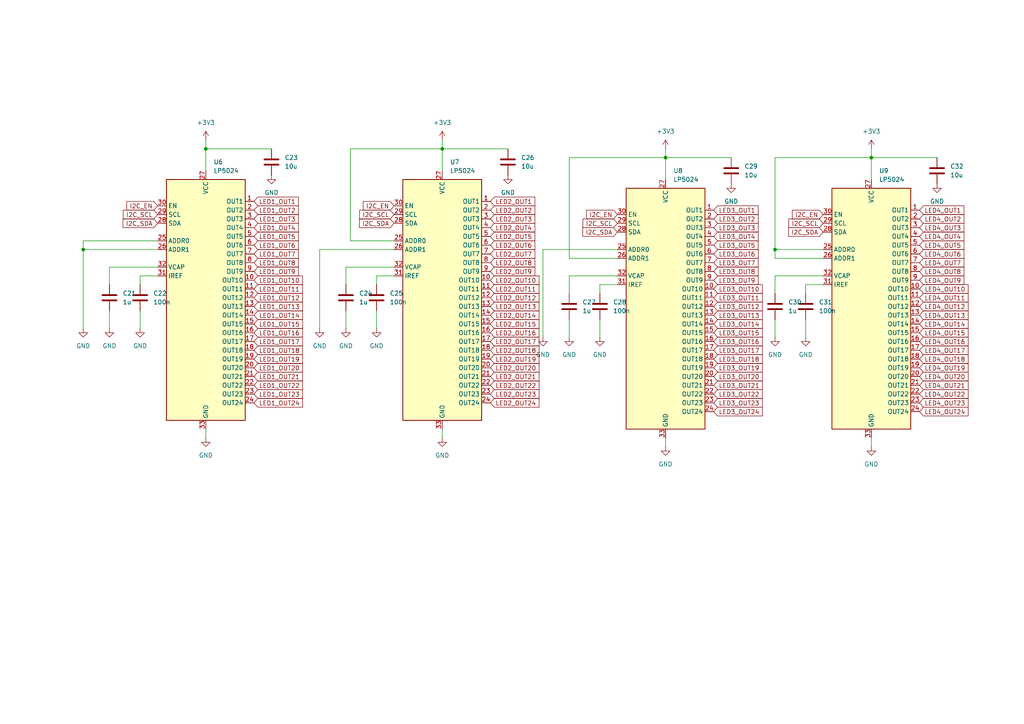
<source format=kicad_sch>
(kicad_sch (version 20250114) (generator "eeschema") (generator_version "9.0")
  (paper "A4")
  (lib_symbols
    (symbol "3nt3:LP5024"
      (property "Reference" "U" (at 3.302 39.37 0))
      (property "Value" "LP5024" (at 2.794 37.338 0))
      (symbol "LP5024_0_0"
        (pin input line (at -13.97 27.94 0) (length 2.54) (name "EN") (number "30"))
        (pin input line (at -13.97 25.4 0) (length 2.54) (name "SCL") (number "29"))
        (pin bidirectional line (at -13.97 22.86 0) (length 2.54) (name "SDA") (number "28"))
        (pin input line (at -13.97 17.78 0) (length 2.54) (name "ADDR0") (number "25"))
        (pin input line (at -13.97 15.24 0) (length 2.54) (name "ADDR1") (number "26"))
        (pin output line (at -13.97 10.16 0) (length 2.54) (name "VCAP") (number "32"))
        (pin passive line (at -13.97 7.62 0) (length 2.54) (name "IREF") (number "31"))
        (pin power_in line (at 0 38.1 270) (length 2.54) (name "VCC") (number "27"))
        (pin power_in line (at 0 -36.83 90) (length 2.54) (name "GND") (number "33"))
        (pin output line (at 13.97 29.21 180) (length 2.54) (name "OUT1") (number "1"))
        (pin output line (at 13.97 26.67 180) (length 2.54) (name "OUT2") (number "2"))
        (pin output line (at 13.97 24.13 180) (length 2.54) (name "OUT3") (number "3"))
        (pin output line (at 13.97 21.59 180) (length 2.54) (name "OUT4") (number "4"))
        (pin output line (at 13.97 19.05 180) (length 2.54) (name "OUT5") (number "5"))
        (pin output line (at 13.97 16.51 180) (length 2.54) (name "OUT6") (number "6"))
        (pin output line (at 13.97 13.97 180) (length 2.54) (name "OUT7") (number "7"))
        (pin output line (at 13.97 11.43 180) (length 2.54) (name "OUT8") (number "8"))
        (pin output line (at 13.97 8.89 180) (length 2.54) (name "OUT9") (number "9"))
        (pin output line (at 13.97 6.35 180) (length 2.54) (name "OUT10") (number "10"))
        (pin output line (at 13.97 3.81 180) (length 2.54) (name "OUT11") (number "11"))
        (pin output line (at 13.97 1.27 180) (length 2.54) (name "OUT12") (number "12"))
        (pin output line (at 13.97 -1.27 180) (length 2.54) (name "OUT13") (number "13"))
        (pin output line (at 13.97 -3.81 180) (length 2.54) (name "OUT14") (number "14"))
        (pin output line (at 13.97 -6.35 180) (length 2.54) (name "OUT15") (number "15"))
        (pin output line (at 13.97 -8.89 180) (length 2.54) (name "OUT16") (number "16"))
        (pin output line (at 13.97 -11.43 180) (length 2.54) (name "OUT17") (number "17"))
        (pin output line (at 13.97 -13.97 180) (length 2.54) (name "OUT18") (number "18"))
        (pin output line (at 13.97 -16.51 180) (length 2.54) (name "OUT19") (number "19"))
        (pin output line (at 13.97 -19.05 180) (length 2.54) (name "OUT20") (number "20"))
        (pin output line (at 13.97 -21.59 180) (length 2.54) (name "OUT21") (number "21"))
        (pin output line (at 13.97 -24.13 180) (length 2.54) (name "OUT22") (number "22"))
        (pin output line (at 13.97 -26.67 180) (length 2.54) (name "OUT23") (number "23"))
        (pin output line (at 13.97 -29.21 180) (length 2.54) (name "OUT24") (number "24"))
      )
      (symbol "LP5024_1_1"
        (rectangle (start -11.43 35.56) (end 11.43 -34.29) (stroke (width 0.254)) (fill (type background)))
      )
    )
    (symbol "Device:C" (pin_numbers (hide yes)) (pin_names (offset 0.254))
      (property "Reference" "C" (at 0.635 2.54 0))
      (property "Value" "C" (at 0.635 -2.54 0))
      (symbol "C_0_1"
        (polyline (pts (xy -2.032 0.762) (xy 2.032 0.762)) (stroke (width 0.508)))
        (polyline (pts (xy -2.032 -0.762) (xy 2.032 -0.762)) (stroke (width 0.508)))
      )
      (symbol "C_1_1"
        (pin passive line (at 0 3.81 270) (length 2.794) (name "~") (number "1"))
        (pin passive line (at 0 -3.81 90) (length 2.794) (name "~") (number "2"))
      )
    )
    (symbol "power:+3V3" (power) (pin_numbers (hide yes)) (pin_names (offset 0) (hide yes))
      (property "Value" "+3V3" (at 0 3.556 0))
      (symbol "+3V3_0_1"
        (polyline (pts (xy -0.762 1.27) (xy 0 2.54)))
        (polyline (pts (xy 0 2.54) (xy 0.762 1.27)))
        (polyline (pts (xy 0 0) (xy 0 2.54)))
      )
      (symbol "+3V3_1_1"
        (pin power_in line (at 0 0 90) (length 0) (name "~") (number "1"))
      )
    )
    (symbol "power:GND" (power) (pin_numbers (hide yes)) (pin_names (offset 0) (hide yes))
      (property "Value" "GND" (at 0 -3.81 0))
      (symbol "GND_0_1"
        (polyline (pts (xy 0 0) (xy 0 -1.27) (xy 1.27 -1.27) (xy 0 -2.54) (xy -1.27 -1.27) (xy 0 -1.27)))
      )
      (symbol "GND_1_1"
        (pin power_in line (at 0 0 270) (length 0) (name "~") (number "1"))
      )
    )
  )
  (junction (at 59.69 43.18))
  (junction (at 252.73 45.72))
  (junction (at 224.79 72.39))
  (junction (at 24.13 72.39))
  (junction (at 128.27 43.18))
  (junction (at 193.04 45.72))
  (wire (pts (xy 252.73 45.72) (xy 271.78 45.72)))
  (wire (pts (xy 100.33 90.17) (xy 100.33 95.25)))
  (wire (pts (xy 24.13 72.39) (xy 24.13 69.85)))
  (wire (pts (xy 252.73 127) (xy 252.73 129.54)))
  (wire (pts (xy 252.73 43.18) (xy 252.73 45.72)))
  (wire (pts (xy 24.13 72.39) (xy 45.72 72.39)))
  (wire (pts (xy 59.69 43.18) (xy 59.69 49.53)))
  (wire (pts (xy 224.79 92.71) (xy 224.79 97.79)))
  (wire (pts (xy 157.48 72.39) (xy 157.48 97.79)))
  (wire (pts (xy 233.68 92.71) (xy 233.68 97.79)))
  (wire (pts (xy 224.79 85.09) (xy 224.79 80.01)))
  (wire (pts (xy 24.13 69.85) (xy 45.72 69.85)))
  (wire (pts (xy 224.79 72.39) (xy 238.76 72.39)))
  (wire (pts (xy 173.99 85.09) (xy 173.99 82.55)))
  (wire (pts (xy 59.69 40.64) (xy 59.69 43.18)))
  (wire (pts (xy 165.1 92.71) (xy 165.1 97.79)))
  (wire (pts (xy 128.27 43.18) (xy 128.27 49.53)))
  (wire (pts (xy 193.04 43.18) (xy 193.04 45.72)))
  (wire (pts (xy 165.1 74.93) (xy 165.1 45.72)))
  (wire (pts (xy 31.75 90.17) (xy 31.75 95.25)))
  (wire (pts (xy 165.1 85.09) (xy 165.1 80.01)))
  (wire (pts (xy 31.75 77.47) (xy 45.72 77.47)))
  (wire (pts (xy 179.07 74.93) (xy 165.1 74.93)))
  (wire (pts (xy 193.04 45.72) (xy 212.09 45.72)))
  (wire (pts (xy 59.69 124.46) (xy 59.69 127)))
  (wire (pts (xy 101.6 43.18) (xy 128.27 43.18)))
  (wire (pts (xy 157.48 72.39) (xy 179.07 72.39)))
  (wire (pts (xy 40.64 82.55) (xy 40.64 80.01)))
  (wire (pts (xy 224.79 72.39) (xy 224.79 74.93)))
  (wire (pts (xy 128.27 43.18) (xy 147.32 43.18)))
  (wire (pts (xy 31.75 82.55) (xy 31.75 77.47)))
  (wire (pts (xy 233.68 82.55) (xy 238.76 82.55)))
  (wire (pts (xy 224.79 45.72) (xy 252.73 45.72)))
  (wire (pts (xy 40.64 90.17) (xy 40.64 95.25)))
  (wire (pts (xy 233.68 85.09) (xy 233.68 82.55)))
  (wire (pts (xy 165.1 45.72) (xy 193.04 45.72)))
  (wire (pts (xy 173.99 82.55) (xy 179.07 82.55)))
  (wire (pts (xy 40.64 80.01) (xy 45.72 80.01)))
  (wire (pts (xy 100.33 82.55) (xy 100.33 77.47)))
  (wire (pts (xy 24.13 95.25) (xy 24.13 72.39)))
  (wire (pts (xy 128.27 124.46) (xy 128.27 127)))
  (wire (pts (xy 59.69 43.18) (xy 78.74 43.18)))
  (wire (pts (xy 224.79 74.93) (xy 238.76 74.93)))
  (wire (pts (xy 92.71 95.25) (xy 92.71 72.39)))
  (wire (pts (xy 100.33 77.47) (xy 114.3 77.47)))
  (wire (pts (xy 193.04 45.72) (xy 193.04 52.07)))
  (wire (pts (xy 173.99 92.71) (xy 173.99 97.79)))
  (wire (pts (xy 224.79 80.01) (xy 238.76 80.01)))
  (wire (pts (xy 252.73 45.72) (xy 252.73 52.07)))
  (wire (pts (xy 109.22 82.55) (xy 109.22 80.01)))
  (wire (pts (xy 109.22 90.17) (xy 109.22 95.25)))
  (wire (pts (xy 101.6 69.85) (xy 101.6 43.18)))
  (wire (pts (xy 165.1 80.01) (xy 179.07 80.01)))
  (wire (pts (xy 128.27 40.64) (xy 128.27 43.18)))
  (wire (pts (xy 193.04 127) (xy 193.04 129.54)))
  (wire (pts (xy 224.79 72.39) (xy 224.79 45.72)))
  (wire (pts (xy 114.3 69.85) (xy 101.6 69.85)))
  (wire (pts (xy 92.71 72.39) (xy 114.3 72.39)))
  (wire (pts (xy 109.22 80.01) (xy 114.3 80.01)))
  (global_label "LED1_OUT21" (shape input) (at 73.66 109.22 0) (property "Intersheetrefs" "${INTERSHEET_REFS}" (effects (hide yes))))
  (global_label "LED1_OUT20" (shape input) (at 73.66 106.68 0) (property "Intersheetrefs" "${INTERSHEET_REFS}" (effects (hide yes))))
  (global_label "LED2_OUT10" (shape input) (at 142.24 81.28 0) (property "Intersheetrefs" "${INTERSHEET_REFS}" (effects (hide yes))))
  (global_label "LED3_OUT15" (shape input) (at 207.01 96.52 0) (property "Intersheetrefs" "${INTERSHEET_REFS}" (effects (hide yes))))
  (global_label "LED3_OUT18" (shape input) (at 207.01 104.14 0) (property "Intersheetrefs" "${INTERSHEET_REFS}" (effects (hide yes))))
  (global_label "LED3_OUT23" (shape input) (at 207.01 116.84 0) (property "Intersheetrefs" "${INTERSHEET_REFS}" (effects (hide yes))))
  (global_label "LED4_OUT15" (shape input) (at 266.7 96.52 0) (property "Intersheetrefs" "${INTERSHEET_REFS}" (effects (hide yes))))
  (global_label "LED3_OUT8" (shape input) (at 207.01 78.74 0) (property "Intersheetrefs" "${INTERSHEET_REFS}" (effects (hide yes))))
  (global_label "I2C_EN" (shape input) (at 238.76 62.23 180) (property "Intersheetrefs" "${INTERSHEET_REFS}" (effects (hide yes))))
  (global_label "LED2_OUT3" (shape input) (at 142.24 63.5 0) (property "Intersheetrefs" "${INTERSHEET_REFS}" (effects (hide yes))))
  (global_label "LED3_OUT13" (shape input) (at 207.01 91.44 0) (property "Intersheetrefs" "${INTERSHEET_REFS}" (effects (hide yes))))
  (global_label "LED2_OUT7" (shape input) (at 142.24 73.66 0) (property "Intersheetrefs" "${INTERSHEET_REFS}" (effects (hide yes))))
  (global_label "I2C_EN" (shape input) (at 45.72 59.69 180) (property "Intersheetrefs" "${INTERSHEET_REFS}" (effects (hide yes))))
  (global_label "LED2_OUT2" (shape input) (at 142.24 60.96 0) (property "Intersheetrefs" "${INTERSHEET_REFS}" (effects (hide yes))))
  (global_label "LED2_OUT5" (shape input) (at 142.24 68.58 0) (property "Intersheetrefs" "${INTERSHEET_REFS}" (effects (hide yes))))
  (global_label "LED4_OUT13" (shape input) (at 266.7 91.44 0) (property "Intersheetrefs" "${INTERSHEET_REFS}" (effects (hide yes))))
  (global_label "LED3_OUT19" (shape input) (at 207.01 106.68 0) (property "Intersheetrefs" "${INTERSHEET_REFS}" (effects (hide yes))))
  (global_label "LED1_OUT14" (shape input) (at 73.66 91.44 0) (property "Intersheetrefs" "${INTERSHEET_REFS}" (effects (hide yes))))
  (global_label "I2C_SCL" (shape input) (at 45.72 62.23 180) (property "Intersheetrefs" "${INTERSHEET_REFS}" (effects (hide yes))))
  (global_label "LED2_OUT15" (shape input) (at 142.24 93.98 0) (property "Intersheetrefs" "${INTERSHEET_REFS}" (effects (hide yes))))
  (global_label "LED1_OUT3" (shape input) (at 73.66 63.5 0) (property "Intersheetrefs" "${INTERSHEET_REFS}" (effects (hide yes))))
  (global_label "LED2_OUT8" (shape input) (at 142.24 76.2 0) (property "Intersheetrefs" "${INTERSHEET_REFS}" (effects (hide yes))))
  (global_label "LED1_OUT22" (shape input) (at 73.66 111.76 0) (property "Intersheetrefs" "${INTERSHEET_REFS}" (effects (hide yes))))
  (global_label "LED2_OUT24" (shape input) (at 142.24 116.84 0) (property "Intersheetrefs" "${INTERSHEET_REFS}" (effects (hide yes))))
  (global_label "LED4_OUT23" (shape input) (at 266.7 116.84 0) (property "Intersheetrefs" "${INTERSHEET_REFS}" (effects (hide yes))))
  (global_label "LED3_OUT16" (shape input) (at 207.01 99.06 0) (property "Intersheetrefs" "${INTERSHEET_REFS}" (effects (hide yes))))
  (global_label "LED4_OUT22" (shape input) (at 266.7 114.3 0) (property "Intersheetrefs" "${INTERSHEET_REFS}" (effects (hide yes))))
  (global_label "LED1_OUT7" (shape input) (at 73.66 73.66 0) (property "Intersheetrefs" "${INTERSHEET_REFS}" (effects (hide yes))))
  (global_label "LED4_OUT2" (shape input) (at 266.7 63.5 0) (property "Intersheetrefs" "${INTERSHEET_REFS}" (effects (hide yes))))
  (global_label "I2C_SCL" (shape input) (at 238.76 64.77 180) (property "Intersheetrefs" "${INTERSHEET_REFS}" (effects (hide yes))))
  (global_label "LED4_OUT19" (shape input) (at 266.7 106.68 0) (property "Intersheetrefs" "${INTERSHEET_REFS}" (effects (hide yes))))
  (global_label "LED1_OUT5" (shape input) (at 73.66 68.58 0) (property "Intersheetrefs" "${INTERSHEET_REFS}" (effects (hide yes))))
  (global_label "LED1_OUT17" (shape input) (at 73.66 99.06 0) (property "Intersheetrefs" "${INTERSHEET_REFS}" (effects (hide yes))))
  (global_label "LED2_OUT4" (shape input) (at 142.24 66.04 0) (property "Intersheetrefs" "${INTERSHEET_REFS}" (effects (hide yes))))
  (global_label "LED3_OUT6" (shape input) (at 207.01 73.66 0) (property "Intersheetrefs" "${INTERSHEET_REFS}" (effects (hide yes))))
  (global_label "LED2_OUT16" (shape input) (at 142.24 96.52 0) (property "Intersheetrefs" "${INTERSHEET_REFS}" (effects (hide yes))))
  (global_label "LED3_OUT21" (shape input) (at 207.01 111.76 0) (property "Intersheetrefs" "${INTERSHEET_REFS}" (effects (hide yes))))
  (global_label "LED4_OUT21" (shape input) (at 266.7 111.76 0) (property "Intersheetrefs" "${INTERSHEET_REFS}" (effects (hide yes))))
  (global_label "LED1_OUT8" (shape input) (at 73.66 76.2 0) (property "Intersheetrefs" "${INTERSHEET_REFS}" (effects (hide yes))))
  (global_label "LED4_OUT3" (shape input) (at 266.7 66.04 0) (property "Intersheetrefs" "${INTERSHEET_REFS}" (effects (hide yes))))
  (global_label "LED2_OUT12" (shape input) (at 142.24 86.36 0) (property "Intersheetrefs" "${INTERSHEET_REFS}" (effects (hide yes))))
  (global_label "LED1_OUT1" (shape input) (at 73.66 58.42 0) (property "Intersheetrefs" "${INTERSHEET_REFS}" (effects (hide yes))))
  (global_label "I2C_SCL" (shape input) (at 114.3 62.23 180) (property "Intersheetrefs" "${INTERSHEET_REFS}" (effects (hide yes))))
  (global_label "LED4_OUT9" (shape input) (at 266.7 81.28 0) (property "Intersheetrefs" "${INTERSHEET_REFS}" (effects (hide yes))))
  (global_label "I2C_SCL" (shape input) (at 179.07 64.77 180) (property "Intersheetrefs" "${INTERSHEET_REFS}" (effects (hide yes))))
  (global_label "LED4_OUT17" (shape input) (at 266.7 101.6 0) (property "Intersheetrefs" "${INTERSHEET_REFS}" (effects (hide yes))))
  (global_label "LED2_OUT20" (shape input) (at 142.24 106.68 0) (property "Intersheetrefs" "${INTERSHEET_REFS}" (effects (hide yes))))
  (global_label "LED1_OUT11" (shape input) (at 73.66 83.82 0) (property "Intersheetrefs" "${INTERSHEET_REFS}" (effects (hide yes))))
  (global_label "LED4_OUT12" (shape input) (at 266.7 88.9 0) (property "Intersheetrefs" "${INTERSHEET_REFS}" (effects (hide yes))))
  (global_label "LED2_OUT9" (shape input) (at 142.24 78.74 0) (property "Intersheetrefs" "${INTERSHEET_REFS}" (effects (hide yes))))
  (global_label "LED2_OUT11" (shape input) (at 142.24 83.82 0) (property "Intersheetrefs" "${INTERSHEET_REFS}" (effects (hide yes))))
  (global_label "LED1_OUT18" (shape input) (at 73.66 101.6 0) (property "Intersheetrefs" "${INTERSHEET_REFS}" (effects (hide yes))))
  (global_label "LED3_OUT14" (shape input) (at 207.01 93.98 0) (property "Intersheetrefs" "${INTERSHEET_REFS}" (effects (hide yes))))
  (global_label "LED3_OUT20" (shape input) (at 207.01 109.22 0) (property "Intersheetrefs" "${INTERSHEET_REFS}" (effects (hide yes))))
  (global_label "LED2_OUT23" (shape input) (at 142.24 114.3 0) (property "Intersheetrefs" "${INTERSHEET_REFS}" (effects (hide yes))))
  (global_label "I2C_EN" (shape input) (at 179.07 62.23 180) (property "Intersheetrefs" "${INTERSHEET_REFS}" (effects (hide yes))))
  (global_label "LED4_OUT4" (shape input) (at 266.7 68.58 0) (property "Intersheetrefs" "${INTERSHEET_REFS}" (effects (hide yes))))
  (global_label "LED2_OUT19" (shape input) (at 142.24 104.14 0) (property "Intersheetrefs" "${INTERSHEET_REFS}" (effects (hide yes))))
  (global_label "LED4_OUT16" (shape input) (at 266.7 99.06 0) (property "Intersheetrefs" "${INTERSHEET_REFS}" (effects (hide yes))))
  (global_label "LED1_OUT9" (shape input) (at 73.66 78.74 0) (property "Intersheetrefs" "${INTERSHEET_REFS}" (effects (hide yes))))
  (global_label "LED1_OUT16" (shape input) (at 73.66 96.52 0) (property "Intersheetrefs" "${INTERSHEET_REFS}" (effects (hide yes))))
  (global_label "LED2_OUT1" (shape input) (at 142.24 58.42 0) (property "Intersheetrefs" "${INTERSHEET_REFS}" (effects (hide yes))))
  (global_label "LED4_OUT7" (shape input) (at 266.7 76.2 0) (property "Intersheetrefs" "${INTERSHEET_REFS}" (effects (hide yes))))
  (global_label "LED1_OUT12" (shape input) (at 73.66 86.36 0) (property "Intersheetrefs" "${INTERSHEET_REFS}" (effects (hide yes))))
  (global_label "LED2_OUT21" (shape input) (at 142.24 109.22 0) (property "Intersheetrefs" "${INTERSHEET_REFS}" (effects (hide yes))))
  (global_label "LED2_OUT14" (shape input) (at 142.24 91.44 0) (property "Intersheetrefs" "${INTERSHEET_REFS}" (effects (hide yes))))
  (global_label "LED1_OUT4" (shape input) (at 73.66 66.04 0) (property "Intersheetrefs" "${INTERSHEET_REFS}" (effects (hide yes))))
  (global_label "LED3_OUT2" (shape input) (at 207.01 63.5 0) (property "Intersheetrefs" "${INTERSHEET_REFS}" (effects (hide yes))))
  (global_label "LED1_OUT15" (shape input) (at 73.66 93.98 0) (property "Intersheetrefs" "${INTERSHEET_REFS}" (effects (hide yes))))
  (global_label "LED3_OUT17" (shape input) (at 207.01 101.6 0) (property "Intersheetrefs" "${INTERSHEET_REFS}" (effects (hide yes))))
  (global_label "LED4_OUT5" (shape input) (at 266.7 71.12 0) (property "Intersheetrefs" "${INTERSHEET_REFS}" (effects (hide yes))))
  (global_label "LED1_OUT19" (shape input) (at 73.66 104.14 0) (property "Intersheetrefs" "${INTERSHEET_REFS}" (effects (hide yes))))
  (global_label "LED4_OUT1" (shape input) (at 266.7 60.96 0) (property "Intersheetrefs" "${INTERSHEET_REFS}" (effects (hide yes))))
  (global_label "LED4_OUT14" (shape input) (at 266.7 93.98 0) (property "Intersheetrefs" "${INTERSHEET_REFS}" (effects (hide yes))))
  (global_label "LED2_OUT6" (shape input) (at 142.24 71.12 0) (property "Intersheetrefs" "${INTERSHEET_REFS}" (effects (hide yes))))
  (global_label "LED4_OUT11" (shape input) (at 266.7 86.36 0) (property "Intersheetrefs" "${INTERSHEET_REFS}" (effects (hide yes))))
  (global_label "LED2_OUT18" (shape input) (at 142.24 101.6 0) (property "Intersheetrefs" "${INTERSHEET_REFS}" (effects (hide yes))))
  (global_label "LED4_OUT20" (shape input) (at 266.7 109.22 0) (property "Intersheetrefs" "${INTERSHEET_REFS}" (effects (hide yes))))
  (global_label "LED3_OUT7" (shape input) (at 207.01 76.2 0) (property "Intersheetrefs" "${INTERSHEET_REFS}" (effects (hide yes))))
  (global_label "LED3_OUT1" (shape input) (at 207.01 60.96 0) (property "Intersheetrefs" "${INTERSHEET_REFS}" (effects (hide yes))))
  (global_label "I2C_SDA" (shape input) (at 114.3 64.77 180) (property "Intersheetrefs" "${INTERSHEET_REFS}" (effects (hide yes))))
  (global_label "LED1_OUT13" (shape input) (at 73.66 88.9 0) (property "Intersheetrefs" "${INTERSHEET_REFS}" (effects (hide yes))))
  (global_label "LED4_OUT18" (shape input) (at 266.7 104.14 0) (property "Intersheetrefs" "${INTERSHEET_REFS}" (effects (hide yes))))
  (global_label "LED2_OUT22" (shape input) (at 142.24 111.76 0) (property "Intersheetrefs" "${INTERSHEET_REFS}" (effects (hide yes))))
  (global_label "LED3_OUT11" (shape input) (at 207.01 86.36 0) (property "Intersheetrefs" "${INTERSHEET_REFS}" (effects (hide yes))))
  (global_label "LED3_OUT5" (shape input) (at 207.01 71.12 0) (property "Intersheetrefs" "${INTERSHEET_REFS}" (effects (hide yes))))
  (global_label "LED3_OUT9" (shape input) (at 207.01 81.28 0) (property "Intersheetrefs" "${INTERSHEET_REFS}" (effects (hide yes))))
  (global_label "LED4_OUT8" (shape input) (at 266.7 78.74 0) (property "Intersheetrefs" "${INTERSHEET_REFS}" (effects (hide yes))))
  (global_label "I2C_SDA" (shape input) (at 45.72 64.77 180) (property "Intersheetrefs" "${INTERSHEET_REFS}" (effects (hide yes))))
  (global_label "LED3_OUT12" (shape input) (at 207.01 88.9 0) (property "Intersheetrefs" "${INTERSHEET_REFS}" (effects (hide yes))))
  (global_label "I2C_SDA" (shape input) (at 238.76 67.31 180) (property "Intersheetrefs" "${INTERSHEET_REFS}" (effects (hide yes))))
  (global_label "LED1_OUT23" (shape input) (at 73.66 114.3 0) (property "Intersheetrefs" "${INTERSHEET_REFS}" (effects (hide yes))))
  (global_label "LED4_OUT10" (shape input) (at 266.7 83.82 0) (property "Intersheetrefs" "${INTERSHEET_REFS}" (effects (hide yes))))
  (global_label "LED3_OUT10" (shape input) (at 207.01 83.82 0) (property "Intersheetrefs" "${INTERSHEET_REFS}" (effects (hide yes))))
  (global_label "LED3_OUT24" (shape input) (at 207.01 119.38 0) (property "Intersheetrefs" "${INTERSHEET_REFS}" (effects (hide yes))))
  (global_label "LED1_OUT2" (shape input) (at 73.66 60.96 0) (property "Intersheetrefs" "${INTERSHEET_REFS}" (effects (hide yes))))
  (global_label "LED1_OUT24" (shape input) (at 73.66 116.84 0) (property "Intersheetrefs" "${INTERSHEET_REFS}" (effects (hide yes))))
  (global_label "LED3_OUT22" (shape input) (at 207.01 114.3 0) (property "Intersheetrefs" "${INTERSHEET_REFS}" (effects (hide yes))))
  (global_label "LED3_OUT4" (shape input) (at 207.01 68.58 0) (property "Intersheetrefs" "${INTERSHEET_REFS}" (effects (hide yes))))
  (global_label "LED2_OUT17" (shape input) (at 142.24 99.06 0) (property "Intersheetrefs" "${INTERSHEET_REFS}" (effects (hide yes))))
  (global_label "I2C_SDA" (shape input) (at 179.07 67.31 180) (property "Intersheetrefs" "${INTERSHEET_REFS}" (effects (hide yes))))
  (global_label "LED3_OUT3" (shape input) (at 207.01 66.04 0) (property "Intersheetrefs" "${INTERSHEET_REFS}" (effects (hide yes))))
  (global_label "LED2_OUT13" (shape input) (at 142.24 88.9 0) (property "Intersheetrefs" "${INTERSHEET_REFS}" (effects (hide yes))))
  (global_label "LED4_OUT24" (shape input) (at 266.7 119.38 0) (property "Intersheetrefs" "${INTERSHEET_REFS}" (effects (hide yes))))
  (global_label "LED1_OUT10" (shape input) (at 73.66 81.28 0) (property "Intersheetrefs" "${INTERSHEET_REFS}" (effects (hide yes))))
  (global_label "LED4_OUT6" (shape input) (at 266.7 73.66 0) (property "Intersheetrefs" "${INTERSHEET_REFS}" (effects (hide yes))))
  (global_label "I2C_EN" (shape input) (at 114.3 59.69 180) (property "Intersheetrefs" "${INTERSHEET_REFS}" (effects (hide yes))))
  (global_label "LED1_OUT6" (shape input) (at 73.66 71.12 0) (property "Intersheetrefs" "${INTERSHEET_REFS}" (effects (hide yes))))
  (symbol (lib_id "Device:C") (at 173.99 88.9 0) (unit 1)
    (property "Reference" "C28" (at 177.8 87.6299 0) (effects (justify left)))
    (property "Value" "100n" (at 177.8 90.1699 0) (effects (justify left)))
    (property "Footprint" "Capacitor_SMD:C_0603_1608Metric_Pad1.08x0.95mm_HandSolder" (effects (hide yes)))
    (property "Description" "Unpolarized capacitor" (effects (hide yes)))
  )
  (symbol (lib_id "3nt3:LP5024") (at 59.69 87.63 0) (unit 1)
    (property "Reference" "U6" (at 61.9328 46.99 0) (effects (justify left)))
    (property "Value" "LP5024" (at 61.9328 49.53 0) (effects (justify left)))
    (property "Footprint" "3nt3:LP5024" (effects (hide yes)))
    (property "Datasheet" "https://www.lcsc.com/datasheet/C427525.pdf" (effects (hide yes)))
  )
  (symbol (lib_id "3nt3:LP5024") (at 193.04 90.17 0) (unit 1)
    (property "Reference" "U8" (at 195.2828 49.53 0) (effects (justify left)))
    (property "Value" "LP5024" (at 195.2828 52.07 0) (effects (justify left)))
    (property "Footprint" "3nt3:LP5024" (effects (hide yes)))
    (property "Datasheet" "https://www.lcsc.com/datasheet/C427525.pdf" (effects (hide yes)))
  )
  (symbol (lib_id "power:GND") (at 109.22 95.25 0) (unit 1)
    (property "Reference" "#PWR048" (effects (hide yes)))
    (property "Value" "GND" (at 109.22 100.33 0))
    (property "Description" "Power symbol creates a global label with name \"GND\" , ground" (effects (hide yes)))
  )
  (symbol (lib_id "Device:C") (at 147.32 46.99 0) (unit 1)
    (property "Reference" "C26" (at 151.13 45.7199 0) (effects (justify left)))
    (property "Value" "10u" (at 151.13 48.2599 0) (effects (justify left)))
    (property "Footprint" "Capacitor_SMD:C_0603_1608Metric_Pad1.08x0.95mm_HandSolder" (effects (hide yes)))
    (property "Description" "Unpolarized capacitor" (effects (hide yes)))
  )
  (symbol (lib_id "power:+3V3") (at 252.73 43.18 0) (unit 1)
    (property "Reference" "#PWR061" (effects (hide yes)))
    (property "Value" "+3V3" (at 252.73 38.1 0))
    (property "Description" "Power symbol creates a global label with name \"+3V3\"" (effects (hide yes)))
  )
  (symbol (lib_id "power:GND") (at 165.1 97.79 0) (unit 1)
    (property "Reference" "#PWR053" (effects (hide yes)))
    (property "Value" "GND" (at 165.1 102.87 0))
    (property "Description" "Power symbol creates a global label with name \"GND\" , ground" (effects (hide yes)))
  )
  (symbol (lib_id "power:GND") (at 128.27 127 0) (unit 1)
    (property "Reference" "#PWR050" (effects (hide yes)))
    (property "Value" "GND" (at 128.27 132.08 0))
    (property "Description" "Power symbol creates a global label with name \"GND\" , ground" (effects (hide yes)))
  )
  (symbol (lib_id "power:GND") (at 78.74 50.8 0) (unit 1)
    (property "Reference" "#PWR045" (effects (hide yes)))
    (property "Value" "GND" (at 78.74 55.88 0))
    (property "Description" "Power symbol creates a global label with name \"GND\" , ground" (effects (hide yes)))
  )
  (symbol (lib_id "Device:C") (at 212.09 49.53 0) (unit 1)
    (property "Reference" "C29" (at 215.9 48.2599 0) (effects (justify left)))
    (property "Value" "10u" (at 215.9 50.7999 0) (effects (justify left)))
    (property "Footprint" "Capacitor_SMD:C_0603_1608Metric_Pad1.08x0.95mm_HandSolder" (effects (hide yes)))
    (property "Description" "Unpolarized capacitor" (effects (hide yes)))
  )
  (symbol (lib_id "power:GND") (at 100.33 95.25 0) (unit 1)
    (property "Reference" "#PWR047" (effects (hide yes)))
    (property "Value" "GND" (at 100.33 100.33 0))
    (property "Description" "Power symbol creates a global label with name \"GND\" , ground" (effects (hide yes)))
  )
  (symbol (lib_id "power:GND") (at 233.68 97.79 0) (unit 1)
    (property "Reference" "#PWR060" (effects (hide yes)))
    (property "Value" "GND" (at 233.68 102.87 0))
    (property "Description" "Power symbol creates a global label with name \"GND\" , ground" (effects (hide yes)))
  )
  (symbol (lib_id "power:GND") (at 193.04 129.54 0) (unit 1)
    (property "Reference" "#PWR056" (effects (hide yes)))
    (property "Value" "GND" (at 193.04 134.62 0))
    (property "Description" "Power symbol creates a global label with name \"GND\" , ground" (effects (hide yes)))
  )
  (symbol (lib_id "power:GND") (at 252.73 129.54 0) (unit 1)
    (property "Reference" "#PWR062" (effects (hide yes)))
    (property "Value" "GND" (at 252.73 134.62 0))
    (property "Description" "Power symbol creates a global label with name \"GND\" , ground" (effects (hide yes)))
  )
  (symbol (lib_id "power:GND") (at 59.69 127 0) (unit 1)
    (property "Reference" "#PWR044" (effects (hide yes)))
    (property "Value" "GND" (at 59.69 132.08 0))
    (property "Description" "Power symbol creates a global label with name \"GND\" , ground" (effects (hide yes)))
  )
  (symbol (lib_id "Device:C") (at 78.74 46.99 0) (unit 1)
    (property "Reference" "C23" (at 82.55 45.7199 0) (effects (justify left)))
    (property "Value" "10u" (at 82.55 48.2599 0) (effects (justify left)))
    (property "Footprint" "Capacitor_SMD:C_0603_1608Metric_Pad1.08x0.95mm_HandSolder" (effects (hide yes)))
    (property "Description" "Unpolarized capacitor" (effects (hide yes)))
  )
  (symbol (lib_id "power:+3V3") (at 128.27 40.64 0) (unit 1)
    (property "Reference" "#PWR049" (effects (hide yes)))
    (property "Value" "+3V3" (at 128.27 35.56 0))
    (property "Description" "Power symbol creates a global label with name \"+3V3\"" (effects (hide yes)))
  )
  (symbol (lib_id "power:GND") (at 212.09 53.34 0) (unit 1)
    (property "Reference" "#PWR057" (effects (hide yes)))
    (property "Value" "GND" (at 212.09 58.42 0))
    (property "Description" "Power symbol creates a global label with name \"GND\" , ground" (effects (hide yes)))
  )
  (symbol (lib_id "3nt3:LP5024") (at 252.73 90.17 0) (unit 1)
    (property "Reference" "U9" (at 254.9728 49.53 0) (effects (justify left)))
    (property "Value" "LP5024" (at 254.9728 52.07 0) (effects (justify left)))
    (property "Footprint" "3nt3:LP5024" (effects (hide yes)))
    (property "Datasheet" "https://www.lcsc.com/datasheet/C427525.pdf" (effects (hide yes)))
  )
  (symbol (lib_id "power:GND") (at 31.75 95.25 0) (unit 1)
    (property "Reference" "#PWR041" (effects (hide yes)))
    (property "Value" "GND" (at 31.75 100.33 0))
    (property "Description" "Power symbol creates a global label with name \"GND\" , ground" (effects (hide yes)))
  )
  (symbol (lib_id "Device:C") (at 233.68 88.9 0) (unit 1)
    (property "Reference" "C31" (at 237.49 87.6299 0) (effects (justify left)))
    (property "Value" "100n" (at 237.49 90.1699 0) (effects (justify left)))
    (property "Footprint" "Capacitor_SMD:C_0603_1608Metric_Pad1.08x0.95mm_HandSolder" (effects (hide yes)))
    (property "Description" "Unpolarized capacitor" (effects (hide yes)))
  )
  (symbol (lib_id "Device:C") (at 100.33 86.36 0) (unit 1)
    (property "Reference" "C24" (at 104.14 85.0899 0) (effects (justify left)))
    (property "Value" "1u" (at 104.14 87.6299 0) (effects (justify left)))
    (property "Footprint" "Capacitor_SMD:C_0603_1608Metric_Pad1.08x0.95mm_HandSolder" (effects (hide yes)))
    (property "Description" "Unpolarized capacitor" (effects (hide yes)))
  )
  (symbol (lib_id "Device:C") (at 40.64 86.36 0) (unit 1)
    (property "Reference" "C22" (at 44.45 85.0899 0) (effects (justify left)))
    (property "Value" "100n" (at 44.45 87.6299 0) (effects (justify left)))
    (property "Footprint" "Capacitor_SMD:C_0603_1608Metric_Pad1.08x0.95mm_HandSolder" (effects (hide yes)))
    (property "Description" "Unpolarized capacitor" (effects (hide yes)))
  )
  (symbol (lib_id "power:GND") (at 147.32 50.8 0) (unit 1)
    (property "Reference" "#PWR051" (effects (hide yes)))
    (property "Value" "GND" (at 147.32 55.88 0))
    (property "Description" "Power symbol creates a global label with name \"GND\" , ground" (effects (hide yes)))
  )
  (symbol (lib_id "Device:C") (at 165.1 88.9 0) (unit 1)
    (property "Reference" "C27" (at 168.91 87.6299 0) (effects (justify left)))
    (property "Value" "1u" (at 168.91 90.1699 0) (effects (justify left)))
    (property "Footprint" "Capacitor_SMD:C_0603_1608Metric_Pad1.08x0.95mm_HandSolder" (effects (hide yes)))
    (property "Description" "Unpolarized capacitor" (effects (hide yes)))
  )
  (symbol (lib_id "Device:C") (at 271.78 49.53 0) (unit 1)
    (property "Reference" "C32" (at 275.59 48.2599 0) (effects (justify left)))
    (property "Value" "10u" (at 275.59 50.7999 0) (effects (justify left)))
    (property "Footprint" "Capacitor_SMD:C_0603_1608Metric_Pad1.08x0.95mm_HandSolder" (effects (hide yes)))
    (property "Description" "Unpolarized capacitor" (effects (hide yes)))
  )
  (symbol (lib_id "3nt3:LP5024") (at 128.27 87.63 0) (unit 1)
    (property "Reference" "U7" (at 130.5128 46.99 0) (effects (justify left)))
    (property "Value" "LP5024" (at 130.5128 49.53 0) (effects (justify left)))
    (property "Footprint" "3nt3:LP5024" (effects (hide yes)))
    (property "Datasheet" "https://www.lcsc.com/datasheet/C427525.pdf" (effects (hide yes)))
  )
  (symbol (lib_id "power:GND") (at 24.13 95.25 0) (unit 1)
    (property "Reference" "#PWR040" (effects (hide yes)))
    (property "Value" "GND" (at 24.13 100.33 0))
    (property "Description" "Power symbol creates a global label with name \"GND\" , ground" (effects (hide yes)))
  )
  (symbol (lib_id "power:GND") (at 40.64 95.25 0) (unit 1)
    (property "Reference" "#PWR042" (effects (hide yes)))
    (property "Value" "GND" (at 40.64 100.33 0))
    (property "Description" "Power symbol creates a global label with name \"GND\" , ground" (effects (hide yes)))
  )
  (symbol (lib_id "Device:C") (at 224.79 88.9 0) (unit 1)
    (property "Reference" "C30" (at 228.6 87.6299 0) (effects (justify left)))
    (property "Value" "1u" (at 228.6 90.1699 0) (effects (justify left)))
    (property "Footprint" "Capacitor_SMD:C_0603_1608Metric_Pad1.08x0.95mm_HandSolder" (effects (hide yes)))
    (property "Description" "Unpolarized capacitor" (effects (hide yes)))
  )
  (symbol (lib_id "power:+3V3") (at 59.69 40.64 0) (unit 1)
    (property "Reference" "#PWR043" (effects (hide yes)))
    (property "Value" "+3V3" (at 59.69 35.56 0))
    (property "Description" "Power symbol creates a global label with name \"+3V3\"" (effects (hide yes)))
  )
  (symbol (lib_id "power:GND") (at 271.78 53.34 0) (unit 1)
    (property "Reference" "#PWR063" (effects (hide yes)))
    (property "Value" "GND" (at 271.78 58.42 0))
    (property "Description" "Power symbol creates a global label with name \"GND\" , ground" (effects (hide yes)))
  )
  (symbol (lib_id "power:GND") (at 173.99 97.79 0) (unit 1)
    (property "Reference" "#PWR054" (effects (hide yes)))
    (property "Value" "GND" (at 173.99 102.87 0))
    (property "Description" "Power symbol creates a global label with name \"GND\" , ground" (effects (hide yes)))
  )
  (symbol (lib_id "power:GND") (at 157.48 97.79 0) (unit 1)
    (property "Reference" "#PWR052" (effects (hide yes)))
    (property "Value" "GND" (at 157.48 102.87 0))
    (property "Description" "Power symbol creates a global label with name \"GND\" , ground" (effects (hide yes)))
  )
  (symbol (lib_id "Device:C") (at 109.22 86.36 0) (unit 1)
    (property "Reference" "C25" (at 113.03 85.0899 0) (effects (justify left)))
    (property "Value" "100n" (at 113.03 87.6299 0) (effects (justify left)))
    (property "Footprint" "Capacitor_SMD:C_0603_1608Metric_Pad1.08x0.95mm_HandSolder" (effects (hide yes)))
    (property "Description" "Unpolarized capacitor" (effects (hide yes)))
  )
  (symbol (lib_id "power:GND") (at 92.71 95.25 0) (unit 1)
    (property "Reference" "#PWR046" (effects (hide yes)))
    (property "Value" "GND" (at 92.71 100.33 0))
    (property "Description" "Power symbol creates a global label with name \"GND\" , ground" (effects (hide yes)))
  )
  (symbol (lib_id "power:GND") (at 224.79 97.79 0) (unit 1)
    (property "Reference" "#PWR059" (effects (hide yes)))
    (property "Value" "GND" (at 224.79 102.87 0))
    (property "Description" "Power symbol creates a global label with name \"GND\" , ground" (effects (hide yes)))
  )
  (symbol (lib_id "power:+3V3") (at 193.04 43.18 0) (unit 1)
    (property "Reference" "#PWR055" (effects (hide yes)))
    (property "Value" "+3V3" (at 193.04 38.1 0))
    (property "Description" "Power symbol creates a global label with name \"+3V3\"" (effects (hide yes)))
  )
  (symbol (lib_id "Device:C") (at 31.75 86.36 0) (unit 1)
    (property "Reference" "C21" (at 35.56 85.0899 0) (effects (justify left)))
    (property "Value" "1u" (at 35.56 87.6299 0) (effects (justify left)))
    (property "Footprint" "Capacitor_SMD:C_0603_1608Metric_Pad1.08x0.95mm_HandSolder" (effects (hide yes)))
    (property "Description" "Unpolarized capacitor" (effects (hide yes)))
  )
)
</source>
